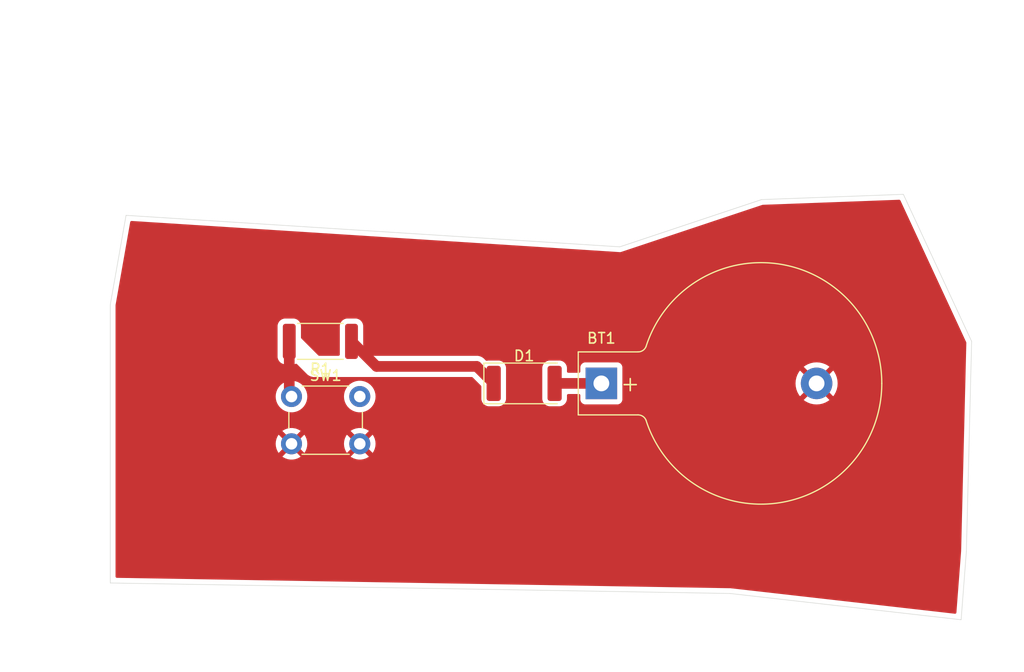
<source format=kicad_pcb>
(kicad_pcb (version 20240108) (generator "pcbnew") (generator_version "8.0")
  (layers (0 "F.Cu" signal) (31 "B.Cu" signal) (34 "B.Paste" user) (35 "F.Paste" user) (36 "B.SilkS" user "B.Silkscreen") (37 "F.SilkS" user "F.Silkscreen") (38 "B.Mask" user) (39 "F.Mask" user) (44 "Edge.Cuts" user))
  (net 0 "")
  (net 1 "Net-(BT1-+)")
  (net 2 "GND")
  (net 3 "Net-(D1-K)")
  (net 4 "Net-(SW1-A)")
  (footprint "LED_SMD:LED_2512_6332Metric" (layer "F.Cu") (at 239.4 39)
    (property "Reference" "D1" (at 0 -2.62 0) (layer "F.SilkS"))
    (property "Value" "LED")
    (fp_line (start -3.835 -1.935) (end -3.835 1.935) (stroke (width 0.12)) (layer "F.SilkS"))
    (fp_line (start -3.835 1.935) (end 3.15 1.935) (stroke (width 0.12)) (layer "F.SilkS"))
    (fp_line (start 3.15 -1.935) (end -3.835 -1.935) (stroke (width 0.12)) (layer "F.SilkS"))
    (pad "1" smd roundrect (at -2.9 0) (size 1.35 3.35) (layers "F.Cu" "F.Paste" "F.Mask") (roundrect_rratio 0.185185) (net 3 "Net-(D1-K)"))
    (pad "2" smd roundrect (at 2.9 0) (size 1.35 3.35) (layers "F.Cu" "F.Paste" "F.Mask") (roundrect_rratio 0.185185) (net 1 "Net-(BT1-+)"))
  )
  (footprint "Resistor_SMD:R_2512_6332Metric" (layer "F.Cu") (at 220 35 180)
    (property "Reference" "R1" (at 0 -2.62 360) (layer "F.SilkS"))
    (property "Value" "R_US")
    (fp_line (start -2.177064 1.71) (end 2.177064 1.71) (stroke (width 0.12)) (layer "F.SilkS"))
    (fp_line (start -2.177064 -1.71) (end 2.177064 -1.71) (stroke (width 0.12)) (layer "F.SilkS"))
    (pad "1" smd roundrect (at -2.9625 0 180) (size 1.225 3.35) (layers "F.Cu" "F.Paste" "F.Mask") (roundrect_rratio 0.204082) (net 3 "Net-(D1-K)"))
    (pad "2" smd roundrect (at 2.9625 0 180) (size 1.225 3.35) (layers "F.Cu" "F.Paste" "F.Mask") (roundrect_rratio 0.204082) (net 4 "Net-(SW1-A)"))
  )
  (footprint "Battery:BatteryHolder_Keystone_103_1x20mm" (layer "F.Cu") (at 246.75 38.999999)
    (property "Reference" "BT1" (at 0 -4.3 0) (layer "F.SilkS"))
    (property "Value" "Battery_Cell")
    (fp_line (start -2.2 -3) (end 3.5 -3) (stroke (width 0.12)) (layer "F.SilkS"))
    (fp_line (start -2.2 3) (end -2.2 -3) (stroke (width 0.12)) (layer "F.SilkS"))
    (fp_line (start -2.2 3) (end 3.5 3) (stroke (width 0.12)) (layer "F.SilkS"))
    (fp_arc (start 3.5 3) (mid 3.950694 3.136459) (end 4.25 3.5) (stroke (width 0.12)) (layer "F.SilkS"))
    (fp_arc (start 4.25 -3.5) (mid 3.950694 -3.136459) (end 3.5 -3) (stroke (width 0.12)) (layer "F.SilkS"))
    (fp_arc (start 4.25 -3.5) (mid 16.971103 -11.358466) (end 26.695671 0) (stroke (width 0.12)) (layer "F.SilkS"))
    (fp_arc (start 26.695671 0) (mid 16.971103 11.358466) (end 4.25 3.5) (stroke (width 0.12)) (layer "F.SilkS"))
    (fp_text user "+" (at 2.75 0 0) (layer "F.SilkS") (effects (font (size 1.5 1.5))))
    (pad "1" thru_hole rect (at 0 0) (size 3 3) (drill 1.5) (layers "*.Cu" "*.Mask") (net 1 "Net-(BT1-+)"))
    (pad "2" thru_hole circle (at 20.49 0) (size 3 3) (drill 1.5) (layers "*.Cu" "*.Mask") (net 2 "GND"))
  )
  (footprint "Button_Switch_THT:SW_PUSH_6mm" (layer "F.Cu") (at 217.25 40.25)
    (property "Reference" "SW1" (at 3.25 -2 0) (layer "F.SilkS"))
    (property "Value" "SW_SPST")
    (fp_line (start -0.25 1.5) (end -0.25 3) (stroke (width 0.12)) (layer "F.SilkS"))
    (fp_line (start 1 5.5) (end 5.5 5.5) (stroke (width 0.12)) (layer "F.SilkS"))
    (fp_line (start 5.5 -1) (end 1 -1) (stroke (width 0.12)) (layer "F.SilkS"))
    (fp_line (start 6.75 3) (end 6.75 1.5) (stroke (width 0.12)) (layer "F.SilkS"))
    (pad "1" thru_hole circle (at 0 0 90) (size 2 2) (drill 1.1) (layers "*.Cu" "*.Mask") (net 4 "Net-(SW1-A)"))
    (pad "1" thru_hole circle (at 6.5 0 90) (size 2 2) (drill 1.1) (layers "*.Cu" "*.Mask") (net 4 "Net-(SW1-A)"))
    (pad "2" thru_hole circle (at 0 4.5 90) (size 2 2) (drill 1.1) (layers "*.Cu" "*.Mask") (net 2 "GND"))
    (pad "2" thru_hole circle (at 6.5 4.5 90) (size 2 2) (drill 1.1) (layers "*.Cu" "*.Mask") (net 2 "GND"))
  )
  (gr_line (start 281.5 55) (end 281 61.5) (stroke (width 0.05)) (layer "Edge.Cuts"))
  (gr_line (start 282 35) (end 281.5 55) (stroke (width 0.05)) (layer "Edge.Cuts"))
  (gr_line (start 275.5 21) (end 282 35) (stroke (width 0.05)) (layer "Edge.Cuts"))
  (gr_line (start 201.5 23) (end 248.5 26) (stroke (width 0.05)) (layer "Edge.Cuts"))
  (gr_line (start 248.5 26) (end 262 21.5) (stroke (width 0.05)) (layer "Edge.Cuts"))
  (gr_line (start 262 21.5) (end 275.5 21) (stroke (width 0.05)) (layer "Edge.Cuts"))
  (gr_line (start 281 61.5) (end 259 59) (stroke (width 0.05)) (layer "Edge.Cuts"))
  (gr_line (start 200 58) (end 259 59) (stroke (width 0.05)) (layer "Edge.Cuts"))
  (gr_line (start 200 31.5) (end 201.5 23) (stroke (width 0.05)) (layer "Edge.Cuts"))
  (gr_line (start 200 31.5) (end 200 58) (stroke (width 0.05)) (layer "Edge.Cuts"))
  (segment (start 242.3 39) (end 246.749999 39) (width 1.016) (layer "F.Cu") (net 1))
  (segment (start 246.749999 39) (end 246.75 38.999999) (width 1.016) (layer "F.Cu") (net 1))
  (segment (start 225.3455 37.383) (end 234.883 37.383) (width 1.016) (layer "F.Cu") (net 3))
  (segment (start 222.9625 35) (end 225.3455 37.383) (width 1.016) (layer "F.Cu") (net 3))
  (segment (start 236.5 39) (end 234.883 37.383) (width 1.016) (layer "F.Cu") (net 3))
  (segment (start 217.0375 35) (end 217.0375 40.0375) (width 1.016) (layer "F.Cu") (net 4))
  (segment (start 217.0375 40.0375) (end 217.25 40.25) (width 1.016) (layer "F.Cu") (net 4))
  (zone (net 2) (net_name "GND") (layer "F.Cu") (connect_pads (clearance 0.5)) (min_thickness 0.25) (fill yes (thermal_gap 0.5) (thermal_bridge_width 0.5))
    (polygon (pts (xy 189.5 4) (xy 190.5 66.5) (xy 283 66) (xy 287 2.5) (xy 190 4)))
  )
)
</source>
